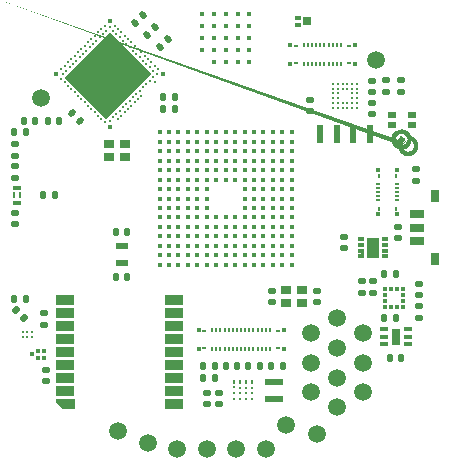
<source format=gbr>
%TF.GenerationSoftware,KiCad,Pcbnew,7.0.1*%
%TF.CreationDate,2023-12-30T02:23:51+00:00*%
%TF.ProjectId,watch_main,77617463-685f-46d6-9169-6e2e6b696361,rev?*%
%TF.SameCoordinates,Original*%
%TF.FileFunction,Soldermask,Top*%
%TF.FilePolarity,Negative*%
%FSLAX46Y46*%
G04 Gerber Fmt 4.6, Leading zero omitted, Abs format (unit mm)*
G04 Created by KiCad (PCBNEW 7.0.1) date 2023-12-30 02:23:51*
%MOMM*%
%LPD*%
G01*
G04 APERTURE LIST*
G04 Aperture macros list*
%AMRoundRect*
0 Rectangle with rounded corners*
0 $1 Rounding radius*
0 $2 $3 $4 $5 $6 $7 $8 $9 X,Y pos of 4 corners*
0 Add a 4 corners polygon primitive as box body*
4,1,4,$2,$3,$4,$5,$6,$7,$8,$9,$2,$3,0*
0 Add four circle primitives for the rounded corners*
1,1,$1+$1,$2,$3*
1,1,$1+$1,$4,$5*
1,1,$1+$1,$6,$7*
1,1,$1+$1,$8,$9*
0 Add four rect primitives between the rounded corners*
20,1,$1+$1,$2,$3,$4,$5,0*
20,1,$1+$1,$4,$5,$6,$7,0*
20,1,$1+$1,$6,$7,$8,$9,0*
20,1,$1+$1,$8,$9,$2,$3,0*%
%AMRotRect*
0 Rectangle, with rotation*
0 The origin of the aperture is its center*
0 $1 length*
0 $2 width*
0 $3 Rotation angle, in degrees counterclockwise*
0 Add horizontal line*
21,1,$1,$2,0,0,$3*%
%AMFreePoly0*
4,1,6,0.450000,-0.400000,-0.450000,-0.400000,-0.450000,0.650000,0.150000,1.200000,0.450000,1.200000,0.450000,-0.400000,0.450000,-0.400000,$1*%
%AMFreePoly1*
4,1,7,0.150000,0.000000,0.350000,0.000000,0.350000,-0.250000,-0.150000,-0.250000,-0.150000,0.250000,0.150000,0.250000,0.150000,0.000000,0.150000,0.000000,$1*%
%AMFreePoly2*
4,1,59,0.799098,0.828199,0.965410,0.754152,1.112692,0.647145,1.234508,0.511855,1.325534,0.354194,1.381790,0.181054,1.400820,0.000000,1.381790,-0.181054,1.325534,-0.354194,1.234508,-0.511855,1.112692,-0.647145,0.965410,-0.754152,0.799098,-0.828199,0.621025,-0.866050,0.438975,-0.866050,0.260902,-0.828199,0.094590,-0.754152,-0.052692,-0.647145,-0.174508,-0.511855,-0.265534,-0.354194,
-0.321790,-0.181054,-0.339094,-0.016420,0.056698,-0.016420,0.073606,-0.134009,0.129848,-0.257162,0.218508,-0.359481,0.332403,-0.432677,0.462306,-0.470820,0.597694,-0.470820,0.727597,-0.432677,0.841492,-0.359481,0.930152,-0.257162,0.986394,-0.134009,1.005662,0.000000,0.986394,0.134009,0.930152,0.257162,0.841492,0.359481,0.727597,0.432677,0.597694,0.470820,0.462306,0.470820,
0.332403,0.432677,0.218508,0.359481,0.129848,0.257162,0.073606,0.134009,0.056698,0.016420,0.063500,0.000000,0.056698,-0.016420,-0.339094,-0.016420,-0.339094,-0.016419,-0.340820,0.000000,-0.321790,0.181054,-0.265534,0.354194,-0.174508,0.511855,-0.052692,0.647145,0.094590,0.754152,0.260902,0.828199,0.438975,0.866050,0.621025,0.866050,0.799098,0.828199,0.799098,0.828199,
$1*%
G04 Aperture macros list end*
%ADD10C,0.304800*%
%ADD11RoundRect,0.140000X-0.170000X0.140000X-0.170000X-0.140000X0.170000X-0.140000X0.170000X0.140000X0*%
%ADD12RoundRect,0.140000X-0.140000X-0.170000X0.140000X-0.170000X0.140000X0.170000X-0.140000X0.170000X0*%
%ADD13RoundRect,0.140000X0.170000X-0.140000X0.170000X0.140000X-0.170000X0.140000X-0.170000X-0.140000X0*%
%ADD14RoundRect,0.135000X-0.185000X0.135000X-0.185000X-0.135000X0.185000X-0.135000X0.185000X0.135000X0*%
%ADD15R,0.200000X0.400000*%
%ADD16R,0.400000X0.400000*%
%ADD17R,0.360000X0.220000*%
%ADD18R,0.360000X0.210000*%
%ADD19RoundRect,0.147500X-0.147500X-0.172500X0.147500X-0.172500X0.147500X0.172500X-0.147500X0.172500X0*%
%ADD20R,0.900000X0.800000*%
%ADD21C,1.500000*%
%ADD22RoundRect,0.147500X0.172500X-0.147500X0.172500X0.147500X-0.172500X0.147500X-0.172500X-0.147500X0*%
%ADD23RotRect,5.400000X5.000000X225.000000*%
%ADD24C,0.400000*%
%ADD25C,0.250000*%
%ADD26R,0.400000X0.200000*%
%ADD27R,0.220000X0.360000*%
%ADD28RoundRect,0.135000X0.185000X-0.135000X0.185000X0.135000X-0.185000X0.135000X-0.185000X-0.135000X0*%
%ADD29R,0.300000X0.375000*%
%ADD30R,0.750000X0.300000*%
%ADD31R,0.750000X1.450000*%
%ADD32RoundRect,0.140000X0.140000X0.170000X-0.140000X0.170000X-0.140000X-0.170000X0.140000X-0.170000X0*%
%ADD33R,0.480000X0.400000*%
%ADD34R,0.750000X0.750000*%
%ADD35R,1.600000X0.900000*%
%ADD36FreePoly0,90.000000*%
%ADD37R,0.300000X0.350000*%
%ADD38R,0.350000X0.300000*%
%ADD39RoundRect,0.135000X-0.135000X-0.185000X0.135000X-0.185000X0.135000X0.185000X-0.135000X0.185000X0*%
%ADD40C,0.300000*%
%ADD41R,0.200000X0.300000*%
%ADD42R,0.250000X0.250000*%
%ADD43R,0.500000X0.300000*%
%ADD44FreePoly1,90.000000*%
%ADD45R,1.000000X1.700000*%
%ADD46R,0.550000X1.600000*%
%ADD47R,1.100000X0.600000*%
%ADD48R,1.200000X0.800000*%
%ADD49R,0.800000X1.000000*%
%ADD50R,0.800000X0.990000*%
%ADD51RoundRect,0.135000X0.135000X0.185000X-0.135000X0.185000X-0.135000X-0.185000X0.135000X-0.185000X0*%
%ADD52C,0.370000*%
%ADD53R,1.600000X0.550000*%
%ADD54RoundRect,0.140000X0.021213X-0.219203X0.219203X-0.021213X-0.021213X0.219203X-0.219203X0.021213X0*%
%ADD55RoundRect,0.147500X-0.226274X-0.017678X-0.017678X-0.226274X0.226274X0.017678X0.017678X0.226274X0*%
%ADD56RoundRect,0.140000X0.219203X0.021213X0.021213X0.219203X-0.219203X-0.021213X-0.021213X-0.219203X0*%
%ADD57R,0.800000X0.350000*%
%ADD58R,0.260000X0.600000*%
%ADD59R,0.762000X0.533400*%
%ADD60FreePoly2,90.000000*%
%ADD61RoundRect,0.147500X0.147500X0.172500X-0.147500X0.172500X-0.147500X-0.172500X0.147500X-0.172500X0*%
%ADD62C,0.406400*%
G04 APERTURE END LIST*
%TO.C,MIC1801*%
D10*
X165652400Y-90297800D02*
G75*
G03*
X165652400Y-90297800I-152400J0D01*
G01*
G36*
X165766867Y-89476068D02*
G01*
X166007611Y-89598733D01*
X166198667Y-89789789D01*
X166321332Y-90030533D01*
X166363600Y-90297400D01*
X166321332Y-90564267D01*
X166198667Y-90805011D01*
X166007611Y-90996067D01*
X165766867Y-91118732D01*
X165500000Y-91161000D01*
X165424732Y-91157714D01*
X165456832Y-90790815D01*
X165500000Y-90792700D01*
X165653056Y-90768458D01*
X165791130Y-90698106D01*
X165900706Y-90588530D01*
X165971058Y-90450456D01*
X165995300Y-90297400D01*
X165971058Y-90144344D01*
X165900706Y-90006270D01*
X165791130Y-89896694D01*
X165653056Y-89826342D01*
X165500000Y-89802100D01*
X165456832Y-89803985D01*
X165424732Y-89437086D01*
X165500000Y-89433800D01*
X165766867Y-89476068D01*
G37*
G36*
X165575268Y-89437086D02*
G01*
X165543168Y-89803985D01*
X165500000Y-89802100D01*
X165346944Y-89826342D01*
X165208870Y-89896694D01*
X165099294Y-90006270D01*
X165028942Y-90144344D01*
X165004700Y-90297400D01*
X165028942Y-90450456D01*
X165099294Y-90588530D01*
X165208870Y-90698106D01*
X165346944Y-90768458D01*
X165500000Y-90792700D01*
X165543168Y-90790815D01*
X165575268Y-91157714D01*
X165500000Y-91161000D01*
X165233133Y-91118732D01*
X164992389Y-90996067D01*
X164801333Y-90805011D01*
X164678668Y-90564267D01*
X164636400Y-90297400D01*
X164678668Y-90030533D01*
X164801333Y-89789789D01*
X164992389Y-89598733D01*
X165233133Y-89476068D01*
X165500000Y-89433800D01*
X165575268Y-89437086D01*
G37*
%TD*%
D11*
%TO.C,C207*%
X157700000Y-86920000D03*
X157700000Y-87880000D03*
%TD*%
D12*
%TO.C,C803*%
X141320000Y-98150000D03*
X142280000Y-98150000D03*
%TD*%
D13*
%TO.C,C402*%
X135200000Y-105980000D03*
X135200000Y-105020000D03*
%TD*%
%TO.C,C1601*%
X132720000Y-97442000D03*
X132720000Y-96482000D03*
%TD*%
D14*
%TO.C,R202*%
X165400000Y-85290000D03*
X165400000Y-86310000D03*
%TD*%
D15*
%TO.C,J501*%
X154350000Y-108000000D03*
X154000000Y-108000000D03*
X153650000Y-108000000D03*
X153300000Y-108000000D03*
X152950000Y-108000000D03*
X152600000Y-108000000D03*
X152250000Y-108000000D03*
X151900000Y-108000000D03*
X151550000Y-108000000D03*
X151200000Y-108000000D03*
X150850000Y-108000000D03*
X150500000Y-108000000D03*
X150150000Y-108000000D03*
X149800000Y-108000000D03*
X149450000Y-108000000D03*
X149450000Y-106400000D03*
X149800000Y-106400000D03*
X150150000Y-106400000D03*
X150500000Y-106400000D03*
X150850000Y-106400000D03*
X151200000Y-106400000D03*
X151550000Y-106400000D03*
X151900000Y-106400000D03*
X152250000Y-106400000D03*
X152600000Y-106400000D03*
X152950000Y-106400000D03*
X153300000Y-106400000D03*
X153650000Y-106400000D03*
X154000000Y-106400000D03*
X154350000Y-106400000D03*
D16*
X155500000Y-106400000D03*
D17*
X155030000Y-106490000D03*
X148770000Y-106490000D03*
D16*
X148300000Y-106400000D03*
X148300000Y-108000000D03*
D17*
X148770000Y-107910000D03*
X155030000Y-107910000D03*
D16*
X155500000Y-108000000D03*
%TD*%
D15*
%TO.C,J701*%
X157210000Y-83900000D03*
X157210000Y-82300000D03*
X157560000Y-83900000D03*
X157560000Y-82300000D03*
X157910000Y-83900000D03*
X157910000Y-82300000D03*
X158260000Y-83900000D03*
X158260000Y-82300000D03*
X158610000Y-83900000D03*
X158610000Y-82300000D03*
X158960000Y-83900000D03*
X158960000Y-82300000D03*
X159310000Y-83900000D03*
X159310000Y-82300000D03*
X159660000Y-83900000D03*
X159660000Y-82300000D03*
X160010000Y-83900000D03*
X160010000Y-82300000D03*
X160360000Y-83900000D03*
X160360000Y-82300000D03*
D16*
X156060000Y-82300000D03*
D18*
X156530000Y-82395000D03*
D16*
X156060000Y-83900000D03*
D18*
X156530000Y-83805000D03*
X161040000Y-83805000D03*
D16*
X161510000Y-83900000D03*
D18*
X161040000Y-82395000D03*
D16*
X161540000Y-82300000D03*
%TD*%
D11*
%TO.C,C401*%
X135400000Y-109820000D03*
X135400000Y-110780000D03*
%TD*%
D19*
%TO.C,L1601*%
X132715000Y-103800000D03*
X133685000Y-103800000D03*
%TD*%
D20*
%TO.C,Y301*%
X142100000Y-90650000D03*
X140700000Y-90650000D03*
X140700000Y-91750000D03*
X142100000Y-91750000D03*
%TD*%
D21*
%TO.C,TP804*%
X154000000Y-116500000D03*
%TD*%
D22*
%TO.C,L1602*%
X132720000Y-91665000D03*
X132720000Y-90695000D03*
%TD*%
D23*
%TO.C,U301*%
X140640202Y-84892893D03*
D24*
X145307106Y-84751472D03*
D25*
X144600000Y-85458579D03*
X143468629Y-86589950D03*
X143185786Y-86872792D03*
X142902943Y-87155635D03*
X142620101Y-87438478D03*
X142337258Y-87721320D03*
X142054415Y-88004163D03*
X141771572Y-88287006D03*
X141488730Y-88569849D03*
D24*
X140781623Y-89276955D03*
D25*
X142337258Y-81781624D03*
X137811775Y-86307107D03*
X141912994Y-81923045D03*
X142054415Y-81498781D03*
X137528932Y-86024264D03*
X141630151Y-81640202D03*
X141771572Y-81215938D03*
X137246089Y-85741421D03*
X141347308Y-81357359D03*
X141488730Y-80933095D03*
X136963246Y-85458579D03*
X141064466Y-81074517D03*
X141205887Y-80650253D03*
X136680404Y-85175736D03*
X140781623Y-80791674D03*
X140498780Y-81074517D03*
X140215938Y-81357359D03*
X139933095Y-81640202D03*
X139650252Y-81923045D03*
X139367409Y-82205888D03*
X139084567Y-82488730D03*
X138801724Y-82771573D03*
X138518881Y-83054416D03*
X138236039Y-83337258D03*
X137953196Y-83620101D03*
X137670353Y-83902944D03*
X137387510Y-84185787D03*
X137104668Y-84468629D03*
X136821825Y-84751472D03*
D24*
X140781623Y-80225989D03*
D25*
X140357359Y-80650253D03*
X140074516Y-80933095D03*
X139791674Y-81215938D03*
X139508831Y-81498781D03*
X139225988Y-81781624D03*
X138943145Y-82064466D03*
X138660303Y-82347309D03*
X138377460Y-82630152D03*
X138094617Y-82912994D03*
X137811775Y-83195837D03*
X137528932Y-83478680D03*
X137246089Y-83761523D03*
X136963246Y-84044365D03*
X136680404Y-84327208D03*
D24*
X136256140Y-84751472D03*
D25*
X144741421Y-84751472D03*
X144458578Y-85034315D03*
X144175736Y-85317157D03*
X143892893Y-85600000D03*
X143610050Y-85882843D03*
X143327207Y-86165686D03*
X143044365Y-86448528D03*
X142761522Y-86731371D03*
X142478679Y-87014214D03*
X142195837Y-87297056D03*
X141912994Y-87579899D03*
X141630151Y-87862742D03*
X141347308Y-88145585D03*
X141064466Y-88428427D03*
X140781623Y-88711270D03*
X144882842Y-84327208D03*
X140357359Y-88852691D03*
X144458578Y-84468629D03*
X144600000Y-84044365D03*
X140074516Y-88569849D03*
X144175736Y-84185787D03*
X144317157Y-83761523D03*
X139791674Y-88287006D03*
X143892893Y-83902944D03*
X144034314Y-83478680D03*
X139508831Y-88004163D03*
X143610050Y-83620101D03*
X143751471Y-83195837D03*
X139225988Y-87721320D03*
X143327207Y-83337258D03*
X143468629Y-82912994D03*
X138943145Y-87438478D03*
X143044365Y-83054416D03*
X143185786Y-82630152D03*
X138660303Y-87155635D03*
X142761522Y-82771573D03*
X142902943Y-82347309D03*
X138377460Y-86872792D03*
X142478679Y-82488730D03*
X142620101Y-82064466D03*
X138094617Y-86589950D03*
X142195837Y-82205888D03*
%TD*%
D26*
%TO.C,J601*%
X163500000Y-94050000D03*
X163500000Y-94400000D03*
X163500000Y-94750000D03*
X163500000Y-95100000D03*
X163500000Y-95450000D03*
X165100000Y-95450000D03*
X165100000Y-95100000D03*
X165100000Y-94400000D03*
X165100000Y-94750000D03*
X165100000Y-94050000D03*
D16*
X163500000Y-92900000D03*
X165100000Y-92900000D03*
D27*
X163590000Y-93350000D03*
X165010000Y-93350000D03*
X163590000Y-96150000D03*
X165010000Y-96150000D03*
D16*
X163500000Y-96600000D03*
X165100000Y-96600000D03*
%TD*%
D12*
%TO.C,C1305*%
X164020000Y-101700000D03*
X164980000Y-101700000D03*
%TD*%
%TO.C,C1407*%
X152520000Y-109500000D03*
X153480000Y-109500000D03*
%TD*%
D28*
%TO.C,R804*%
X167000000Y-105410000D03*
X167000000Y-104390000D03*
%TD*%
D21*
%TO.C,J1701*%
X157800000Y-106700000D03*
X157800000Y-109200000D03*
X157800000Y-111700000D03*
X160000000Y-105450000D03*
X160000000Y-107950000D03*
X160000000Y-110450000D03*
X160000000Y-112950000D03*
X162200000Y-106700000D03*
X162200000Y-109200000D03*
X162200000Y-111700000D03*
%TD*%
D20*
%TO.C,Y801*%
X157100000Y-103050000D03*
X155700000Y-103050000D03*
X155700000Y-104150000D03*
X157100000Y-104150000D03*
%TD*%
D13*
%TO.C,C1401*%
X150000000Y-112730000D03*
X150000000Y-111770000D03*
%TD*%
D11*
%TO.C,C1306*%
X163100000Y-102320000D03*
X163100000Y-103280000D03*
%TD*%
D29*
%TO.C,FL401*%
X134200000Y-108487500D03*
X134700000Y-108775000D03*
X135200000Y-108775000D03*
X135200000Y-108200000D03*
X134700000Y-108200000D03*
%TD*%
D30*
%TO.C,IC1302*%
X166000000Y-107650000D03*
X166000000Y-107000000D03*
X166000000Y-106350000D03*
X164000000Y-106350000D03*
X164000000Y-107000000D03*
X164000000Y-107650000D03*
D31*
X165000000Y-107000000D03*
%TD*%
D32*
%TO.C,C1408*%
X149680000Y-109500000D03*
X148720000Y-109500000D03*
%TD*%
D21*
%TO.C,TP301*%
X141500000Y-115000000D03*
%TD*%
D12*
%TO.C,C804*%
X141320000Y-101950000D03*
X142280000Y-101950000D03*
%TD*%
D21*
%TO.C,TP202*%
X163300000Y-83600000D03*
%TD*%
D25*
%TO.C,IC201*%
X159700000Y-87600000D03*
X159700000Y-87200000D03*
X159700000Y-86800000D03*
X159700000Y-86400000D03*
X159700000Y-86000000D03*
X159700000Y-85600000D03*
X160100000Y-87600000D03*
X160100000Y-87200000D03*
X160100000Y-86800000D03*
X160100000Y-86400000D03*
X160100000Y-86000000D03*
X160100000Y-85600000D03*
X160500000Y-87600000D03*
X160500000Y-87200000D03*
X160500000Y-86000000D03*
X160500000Y-85600000D03*
X160900000Y-87600000D03*
X160900000Y-87200000D03*
X160900000Y-86000000D03*
X160900000Y-85600000D03*
X161300000Y-87600000D03*
X161300000Y-87200000D03*
X161300000Y-86800000D03*
X161300000Y-86400000D03*
X161300000Y-86000000D03*
X161300000Y-85600000D03*
X161700000Y-87600000D03*
X161700000Y-87200000D03*
X161700000Y-86800000D03*
X161700000Y-86400000D03*
X161700000Y-86000000D03*
X161700000Y-85600000D03*
%TD*%
D13*
%TO.C,C1602*%
X132720000Y-93522000D03*
X132720000Y-92562000D03*
%TD*%
D32*
%TO.C,C1405*%
X151580000Y-109500000D03*
X150620000Y-109500000D03*
%TD*%
D21*
%TO.C,TP208*%
X149000000Y-116500000D03*
%TD*%
D13*
%TO.C,C802*%
X158300000Y-104080000D03*
X158300000Y-103120000D03*
%TD*%
D11*
%TO.C,C202*%
X163000000Y-85320000D03*
X163000000Y-86280000D03*
%TD*%
D33*
%TO.C,Q201*%
X156720000Y-80025000D03*
D34*
X157480000Y-80300000D03*
D33*
X156720000Y-80575000D03*
%TD*%
D21*
%TO.C,TP303*%
X146500000Y-116500000D03*
%TD*%
%TO.C,TP805*%
X155700000Y-114500000D03*
%TD*%
D14*
%TO.C,R201*%
X164200000Y-85290000D03*
X164200000Y-86310000D03*
%TD*%
D11*
%TO.C,C1801*%
X166700000Y-92820000D03*
X166700000Y-93780000D03*
%TD*%
D35*
%TO.C,U401*%
X146200000Y-112700000D03*
X146200000Y-111600000D03*
X146200000Y-110500000D03*
X146200000Y-109400000D03*
X146200000Y-108300000D03*
X146200000Y-107200000D03*
X146200000Y-106100000D03*
X146200000Y-105000000D03*
X146200000Y-103900000D03*
X137000000Y-103900000D03*
X137000000Y-105000000D03*
X137000000Y-106100000D03*
X137000000Y-107200000D03*
X137000000Y-108300000D03*
X137000000Y-109400000D03*
X137000000Y-110500000D03*
X137000000Y-111600000D03*
D36*
X137400000Y-112700000D03*
%TD*%
D12*
%TO.C,C316*%
X145320000Y-86700000D03*
X146280000Y-86700000D03*
%TD*%
D32*
%TO.C,C1307*%
X165480000Y-108812500D03*
X164520000Y-108812500D03*
%TD*%
D37*
%TO.C,IC1301*%
X164100000Y-104450000D03*
X164600000Y-104450000D03*
X165100000Y-104450000D03*
X165600000Y-104450000D03*
D38*
X165600000Y-103950000D03*
X165600000Y-103450000D03*
D37*
X165600000Y-102950000D03*
X165100000Y-102950000D03*
X164600000Y-102950000D03*
X164100000Y-102950000D03*
D38*
X164100000Y-103450000D03*
X164100000Y-103950000D03*
%TD*%
D32*
%TO.C,C1409*%
X149680000Y-110500000D03*
X148720000Y-110500000D03*
%TD*%
D19*
%TO.C,L1603*%
X132715000Y-89700000D03*
X133685000Y-89700000D03*
%TD*%
D11*
%TO.C,C801*%
X154500000Y-103120000D03*
X154500000Y-104080000D03*
%TD*%
D39*
%TO.C,R1601*%
X135098000Y-95035000D03*
X136118000Y-95035000D03*
%TD*%
D40*
%TO.C,U1401*%
X152800000Y-112300000D03*
X152300000Y-112300000D03*
X151800000Y-112300000D03*
X151300000Y-112300000D03*
X152800000Y-111800000D03*
X152300000Y-111800000D03*
X151800000Y-111800000D03*
X151300000Y-111800000D03*
X152800000Y-111300000D03*
X152300000Y-111300000D03*
X151800000Y-111300000D03*
X151300000Y-111296000D03*
D41*
X152800000Y-110800000D03*
X152304000Y-110800000D03*
X151800000Y-110800000D03*
X151300000Y-110800000D03*
%TD*%
D21*
%TO.C,TP201*%
X135000000Y-86800000D03*
%TD*%
%TO.C,TP807*%
X158300000Y-115200000D03*
%TD*%
D42*
%TO.C,IC401*%
X133400000Y-106987500D03*
X133800000Y-106987500D03*
X134200000Y-106987500D03*
X134200000Y-106587500D03*
X133800000Y-106587500D03*
X133400000Y-106587500D03*
%TD*%
D43*
%TO.C,U1102*%
X164100000Y-100200000D03*
X164100000Y-99700000D03*
X164100000Y-99200000D03*
X164100000Y-98700000D03*
X162050000Y-98700000D03*
X162050000Y-99200000D03*
X162050000Y-99700000D03*
D44*
X162050000Y-100200000D03*
D45*
X163075000Y-99450000D03*
%TD*%
D21*
%TO.C,TP302*%
X144000000Y-116000000D03*
%TD*%
D11*
%TO.C,C1501*%
X165200000Y-97720000D03*
X165200000Y-98680000D03*
%TD*%
%TO.C,C1404*%
X149000000Y-111770000D03*
X149000000Y-112730000D03*
%TD*%
D46*
%TO.C,L202*%
X160025000Y-89800000D03*
X158575000Y-89800000D03*
%TD*%
D47*
%TO.C,Y802*%
X141800000Y-100750000D03*
X141800000Y-99350000D03*
%TD*%
D48*
%TO.C,SW1501*%
X166800000Y-98900000D03*
X166800000Y-96600000D03*
X166800000Y-97750000D03*
D49*
X168350000Y-100450000D03*
D50*
X168350000Y-95050000D03*
%TD*%
D19*
%TO.C,L1604*%
X133515000Y-88700000D03*
X134485000Y-88700000D03*
%TD*%
D51*
%TO.C,R803*%
X165010000Y-105400000D03*
X163990000Y-105400000D03*
%TD*%
D12*
%TO.C,C1406*%
X154470000Y-109500000D03*
X155430000Y-109500000D03*
%TD*%
D11*
%TO.C,C204*%
X163000000Y-87220000D03*
X163000000Y-88180000D03*
%TD*%
D52*
%TO.C,IC1001*%
X148600000Y-82700000D03*
X148600000Y-81700000D03*
X148600000Y-80700000D03*
X148600000Y-79700000D03*
X149600000Y-83700000D03*
X149600000Y-82700000D03*
X149600000Y-81700000D03*
X149600000Y-80700000D03*
X149600000Y-79700000D03*
X150600000Y-83700000D03*
X150600000Y-82700000D03*
X150600000Y-81700000D03*
X150600000Y-80700000D03*
X150600000Y-79700000D03*
X151600000Y-83700000D03*
X151600000Y-82700000D03*
X151600000Y-81700000D03*
X151600000Y-80700000D03*
X151600000Y-79700000D03*
X152600000Y-83700000D03*
X152600000Y-82700000D03*
X152600000Y-81700000D03*
X152600000Y-80700000D03*
X152600000Y-79700000D03*
%TD*%
D53*
%TO.C,L1404*%
X154700000Y-112275000D03*
X154700000Y-110825000D03*
%TD*%
D54*
%TO.C,C306*%
X143960589Y-81439411D03*
X144639411Y-80760589D03*
%TD*%
D55*
%TO.C,L401*%
X132857053Y-104757053D03*
X133542947Y-105442947D03*
%TD*%
D11*
%TO.C,C1303*%
X162100000Y-102320000D03*
X162100000Y-103280000D03*
%TD*%
D56*
%TO.C,C315*%
X138239411Y-88699411D03*
X137560589Y-88020589D03*
%TD*%
D13*
%TO.C,C1301*%
X167000000Y-103480000D03*
X167000000Y-102520000D03*
%TD*%
D57*
%TO.C,ANT1601*%
X132931000Y-95661000D03*
D58*
X133184000Y-95036000D03*
D57*
X132931000Y-94411000D03*
D58*
X132678000Y-95036000D03*
%TD*%
D21*
%TO.C,TP806*%
X151500000Y-116500000D03*
%TD*%
D12*
%TO.C,C314*%
X145320000Y-87700000D03*
X146280000Y-87700000D03*
%TD*%
D54*
%TO.C,C304*%
X145060589Y-82439411D03*
X145739411Y-81760589D03*
%TD*%
D59*
%TO.C,MIC1801*%
X166337500Y-88223400D03*
X166337500Y-89045400D03*
X164662500Y-88223400D03*
X164662500Y-89045400D03*
D60*
X165500000Y-90814800D03*
%TD*%
D13*
%TO.C,C1101*%
X160600000Y-99480000D03*
X160600000Y-98520000D03*
%TD*%
D46*
%TO.C,L201*%
X162825000Y-89800000D03*
X161375000Y-89800000D03*
%TD*%
D61*
%TO.C,L303*%
X136485000Y-88700000D03*
X135515000Y-88700000D03*
%TD*%
D54*
%TO.C,C313*%
X142960589Y-80439411D03*
X143639411Y-79760589D03*
%TD*%
D62*
%TO.C,U801*%
X145000001Y-100899999D03*
X145000001Y-100099999D03*
X145000001Y-99300000D03*
X145000001Y-98500000D03*
X145000001Y-97700000D03*
X145000001Y-96900000D03*
X145000001Y-96100000D03*
X145000001Y-95300000D03*
X145000001Y-94500000D03*
X145000001Y-93700000D03*
X145000001Y-92900000D03*
X145000001Y-92100000D03*
X145000001Y-91300000D03*
X145000001Y-90500001D03*
X145000001Y-89700001D03*
X145800001Y-100899999D03*
X145800001Y-100099999D03*
X145800001Y-99300000D03*
X145800001Y-98500000D03*
X145800001Y-97700000D03*
X145800001Y-96900000D03*
X145800001Y-96100000D03*
X145800001Y-95300000D03*
X145800001Y-94500000D03*
X145800001Y-93700000D03*
X145800001Y-92900000D03*
X145800001Y-92100000D03*
X145800001Y-91300000D03*
X145800001Y-90500001D03*
X145800001Y-89700001D03*
X146600000Y-100899999D03*
X146600000Y-100099999D03*
X146600000Y-99300000D03*
X146600000Y-98500000D03*
X146600000Y-97700000D03*
X146600000Y-96900000D03*
X146600000Y-96100000D03*
X146600000Y-95300000D03*
X146600000Y-94500000D03*
X146600000Y-93700000D03*
X146600000Y-92900000D03*
X146600000Y-92100000D03*
X146600000Y-91300000D03*
X146600000Y-90500001D03*
X146600000Y-89700001D03*
X147400000Y-100899999D03*
X147400000Y-100099999D03*
X147400000Y-99300000D03*
X147400000Y-98500000D03*
X147400000Y-97700000D03*
X147400000Y-96900000D03*
X147400000Y-96100000D03*
X147400000Y-95300000D03*
X147400000Y-94500000D03*
X147400000Y-93700000D03*
X147400000Y-92900000D03*
X147400000Y-92100000D03*
X147400000Y-91300000D03*
X147400000Y-90500001D03*
X147400000Y-89700001D03*
X148200000Y-100899999D03*
X148200000Y-100099999D03*
X148200000Y-99300000D03*
X148200000Y-98500000D03*
X148200000Y-97700000D03*
X148200000Y-96900000D03*
X148200000Y-96100000D03*
X148200000Y-95300000D03*
X148200000Y-94500000D03*
X148200000Y-93700000D03*
X148200000Y-92900000D03*
X148200000Y-92100000D03*
X148200000Y-91300000D03*
X148200000Y-90500001D03*
X148200000Y-89700001D03*
X149000000Y-100899999D03*
X149000000Y-100099999D03*
X149000000Y-99300000D03*
X149000000Y-98500000D03*
X149000000Y-97700000D03*
X149000000Y-96900000D03*
X149000000Y-96100000D03*
X149000000Y-95300000D03*
X149000000Y-94500000D03*
X149000000Y-93700000D03*
X149000000Y-92900000D03*
X149000000Y-92100000D03*
X149000000Y-91300000D03*
X149000000Y-90500001D03*
X149000000Y-89700001D03*
X149800000Y-100899999D03*
X149800000Y-100099999D03*
X149800000Y-99300000D03*
X149800000Y-98500000D03*
X149800000Y-97700000D03*
X149800000Y-96900000D03*
X149800000Y-93700000D03*
X149800000Y-92900000D03*
X149800000Y-92100000D03*
X149800000Y-91300000D03*
X149800000Y-90500001D03*
X149800000Y-89700001D03*
X150600000Y-100899999D03*
X150600000Y-100099999D03*
X150600000Y-99300000D03*
X150600000Y-98500000D03*
X150600000Y-97700000D03*
X150600000Y-96900000D03*
X150600000Y-93700000D03*
X150600000Y-92900000D03*
X150600000Y-92100000D03*
X150600000Y-91300000D03*
X150600000Y-90500001D03*
X150600000Y-89700001D03*
X151400000Y-100899999D03*
X151400000Y-100099999D03*
X151400000Y-99300000D03*
X151400000Y-98500000D03*
X151400000Y-97700000D03*
X151400000Y-96900000D03*
X151400000Y-93700000D03*
X151400000Y-92900000D03*
X151400000Y-92100000D03*
X151400000Y-91300000D03*
X151400000Y-90500001D03*
X151400000Y-89700001D03*
X152200000Y-100899999D03*
X152200000Y-100099999D03*
X152200000Y-99300000D03*
X152200000Y-98500000D03*
X152200000Y-97700000D03*
X152200000Y-96900000D03*
X152200000Y-96100000D03*
X152200000Y-95300000D03*
X152200000Y-94500000D03*
X152200000Y-93700000D03*
X152200000Y-92900000D03*
X152200000Y-92100000D03*
X152200000Y-91300000D03*
X152200000Y-90500001D03*
X152200000Y-89700001D03*
X153000000Y-100899999D03*
X153000000Y-100099999D03*
X153000000Y-99300000D03*
X153000000Y-98500000D03*
X153000000Y-97700000D03*
X153000000Y-96900000D03*
X153000000Y-96100000D03*
X153000000Y-95300000D03*
X153000000Y-94500000D03*
X153000000Y-93700000D03*
X153000000Y-92900000D03*
X153000000Y-92100000D03*
X153000000Y-91300000D03*
X153000000Y-90500001D03*
X153000000Y-89700001D03*
X153800000Y-100899999D03*
X153800000Y-100099999D03*
X153800000Y-99300000D03*
X153800000Y-98500000D03*
X153800000Y-97700000D03*
X153800000Y-96900000D03*
X153800000Y-96100000D03*
X153800000Y-95300000D03*
X153800000Y-94500000D03*
X153800000Y-93700000D03*
X153800000Y-92900000D03*
X153800000Y-92100000D03*
X153800000Y-91300000D03*
X153800000Y-90500001D03*
X153800000Y-89700001D03*
X154600000Y-100899999D03*
X154600000Y-100099999D03*
X154600000Y-99300000D03*
X154600000Y-98500000D03*
X154600000Y-97700000D03*
X154600000Y-96900000D03*
X154600000Y-96100000D03*
X154600000Y-95300000D03*
X154600000Y-94500000D03*
X154600000Y-93700000D03*
X154600000Y-92900000D03*
X154600000Y-92100000D03*
X154600000Y-91300000D03*
X154600000Y-90500001D03*
X154600000Y-89700001D03*
X155399999Y-100899999D03*
X155399999Y-100099999D03*
X155399999Y-99300000D03*
X155399999Y-98500000D03*
X155399999Y-97700000D03*
X155399999Y-96900000D03*
X155399999Y-96100000D03*
X155399999Y-95300000D03*
X155399999Y-94500000D03*
X155399999Y-93700000D03*
X155399999Y-92900000D03*
X155399999Y-92100000D03*
X155399999Y-91300000D03*
X155399999Y-90500001D03*
X155399999Y-89700001D03*
X156199999Y-100899999D03*
X156199999Y-100099999D03*
X156199999Y-99300000D03*
X156199999Y-98500000D03*
X156199999Y-97700000D03*
X156199999Y-96900000D03*
X156199999Y-96100000D03*
X156199999Y-95300000D03*
X156199999Y-94500000D03*
X156199999Y-93700000D03*
X156199999Y-92900000D03*
X156199999Y-92100000D03*
X156199999Y-91300000D03*
X156199999Y-90500001D03*
X156199999Y-89700001D03*
%TD*%
M02*

</source>
